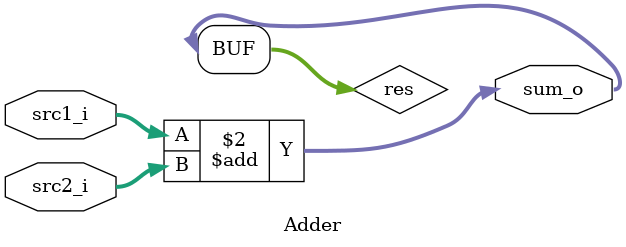
<source format=v>
`timescale 1ns/1ps

module Adder(
    input  [32-1:0] src1_i,
	input  [32-1:0] src2_i,
	output [32-1:0] sum_o
	);
    
/* Write your code HERE */

reg[32-1:0] res;
assign sum_o = res;

always @(*) begin
	res = src1_i + src2_i;
end

endmodule
</source>
